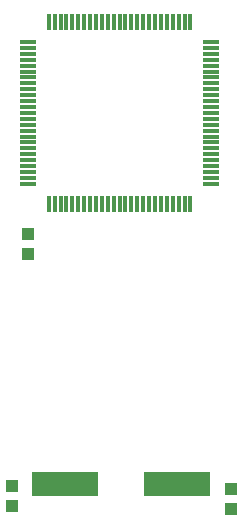
<source format=gbr>
%TF.GenerationSoftware,Altium Limited,Altium Designer,23.4.1 (23)*%
G04 Layer_Color=8421504*
%FSLAX45Y45*%
%MOMM*%
%TF.SameCoordinates,7ABC1050-9991-4EB7-8225-191FA7049C92*%
%TF.FilePolarity,Positive*%
%TF.FileFunction,Paste,Top*%
%TF.Part,Single*%
G01*
G75*
%TA.AperFunction,SMDPad,CuDef*%
%ADD11R,1.00000X1.10000*%
%ADD12R,0.30000X1.47500*%
%ADD13R,1.47500X0.30000*%
%ADD14R,5.60000X2.10000*%
D11*
X876300Y3475900D02*
D03*
Y3305900D02*
D03*
X736600Y1342300D02*
D03*
Y1172300D02*
D03*
X2590800Y1316900D02*
D03*
Y1146900D02*
D03*
D12*
X1050000Y3726200D02*
D03*
X1100000D02*
D03*
X1150000D02*
D03*
X1200000D02*
D03*
X1250000D02*
D03*
X1300000D02*
D03*
X1350000D02*
D03*
X1400000D02*
D03*
X1450000D02*
D03*
X1500000D02*
D03*
X1550000D02*
D03*
X1600000D02*
D03*
X1650000D02*
D03*
X1700000D02*
D03*
X1750000D02*
D03*
X1800000D02*
D03*
X1850000D02*
D03*
X1900000D02*
D03*
X1950000D02*
D03*
X2000000D02*
D03*
X2050000D02*
D03*
X2100000D02*
D03*
X2150000D02*
D03*
X2200000D02*
D03*
X2250000D02*
D03*
Y5273800D02*
D03*
X2200000D02*
D03*
X2150000D02*
D03*
X2100000D02*
D03*
X2050000D02*
D03*
X2000000D02*
D03*
X1950000D02*
D03*
X1900000D02*
D03*
X1850000D02*
D03*
X1800000D02*
D03*
X1750000D02*
D03*
X1700000D02*
D03*
X1650000D02*
D03*
X1600000D02*
D03*
X1550000D02*
D03*
X1500000D02*
D03*
X1450000D02*
D03*
X1400000D02*
D03*
X1350000D02*
D03*
X1300000D02*
D03*
X1250000D02*
D03*
X1200000D02*
D03*
X1150000D02*
D03*
X1100000D02*
D03*
X1050000D02*
D03*
D13*
X2423800Y3900000D02*
D03*
Y3950000D02*
D03*
Y4000000D02*
D03*
Y4050000D02*
D03*
Y4100000D02*
D03*
Y4150000D02*
D03*
Y4200000D02*
D03*
Y4250000D02*
D03*
Y4300000D02*
D03*
Y4350000D02*
D03*
Y4400000D02*
D03*
Y4450000D02*
D03*
Y4500000D02*
D03*
Y4550000D02*
D03*
Y4600000D02*
D03*
Y4650000D02*
D03*
Y4700000D02*
D03*
Y4750000D02*
D03*
Y4800000D02*
D03*
Y4850000D02*
D03*
Y4900000D02*
D03*
Y4950000D02*
D03*
Y5000000D02*
D03*
Y5050000D02*
D03*
Y5100000D02*
D03*
X876200D02*
D03*
Y5050000D02*
D03*
Y5000000D02*
D03*
Y4950000D02*
D03*
Y4900000D02*
D03*
Y4850000D02*
D03*
Y4800000D02*
D03*
Y4750000D02*
D03*
Y4700000D02*
D03*
Y4650000D02*
D03*
Y4600000D02*
D03*
Y4550000D02*
D03*
Y4500000D02*
D03*
Y4450000D02*
D03*
Y4400000D02*
D03*
Y4350000D02*
D03*
Y4300000D02*
D03*
Y4250000D02*
D03*
Y4200000D02*
D03*
Y4150000D02*
D03*
Y4100000D02*
D03*
Y4050000D02*
D03*
Y4000000D02*
D03*
Y3950000D02*
D03*
Y3900000D02*
D03*
D14*
X2138700Y1358900D02*
D03*
X1188700D02*
D03*
%TF.MD5,2e2f58c7fc3000974e959f5bf1a4bc9d*%
M02*

</source>
